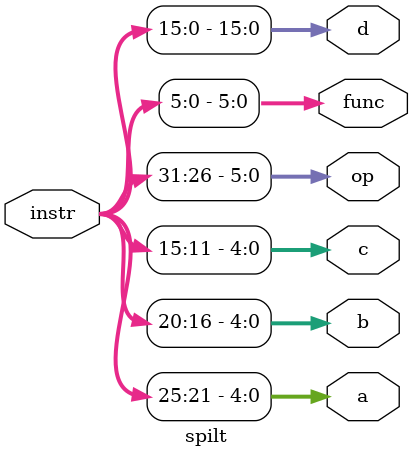
<source format=v>
module spilt(instr, op, a, b, c, d, func);
	input[31:0] instr;
	output[4:0] a, b, c;
	output[5:0] op, func;
	output[15:0] d;
	assign a=instr[25:21];
	assign b=instr[20:16];
	assign c=instr[15:11];
	assign d=instr[15:0];
	assign func=instr[5:0];
	assign op=instr[31:26];
endmodule

</source>
